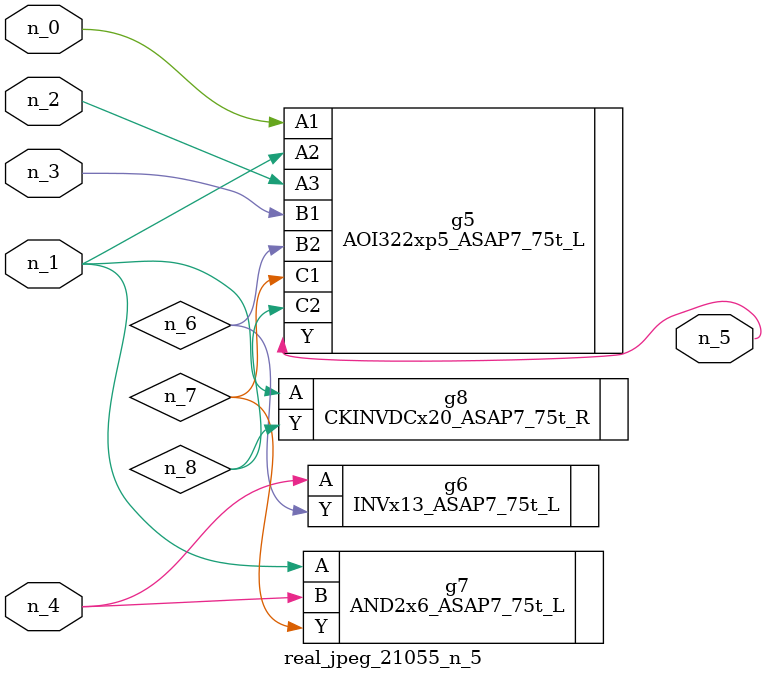
<source format=v>
module real_jpeg_21055_n_5 (n_4, n_0, n_1, n_2, n_3, n_5);

input n_4;
input n_0;
input n_1;
input n_2;
input n_3;

output n_5;

wire n_8;
wire n_6;
wire n_7;

AOI322xp5_ASAP7_75t_L g5 ( 
.A1(n_0),
.A2(n_1),
.A3(n_2),
.B1(n_3),
.B2(n_6),
.C1(n_7),
.C2(n_8),
.Y(n_5)
);

AND2x6_ASAP7_75t_L g7 ( 
.A(n_1),
.B(n_4),
.Y(n_7)
);

CKINVDCx20_ASAP7_75t_R g8 ( 
.A(n_1),
.Y(n_8)
);

INVx13_ASAP7_75t_L g6 ( 
.A(n_4),
.Y(n_6)
);


endmodule
</source>
